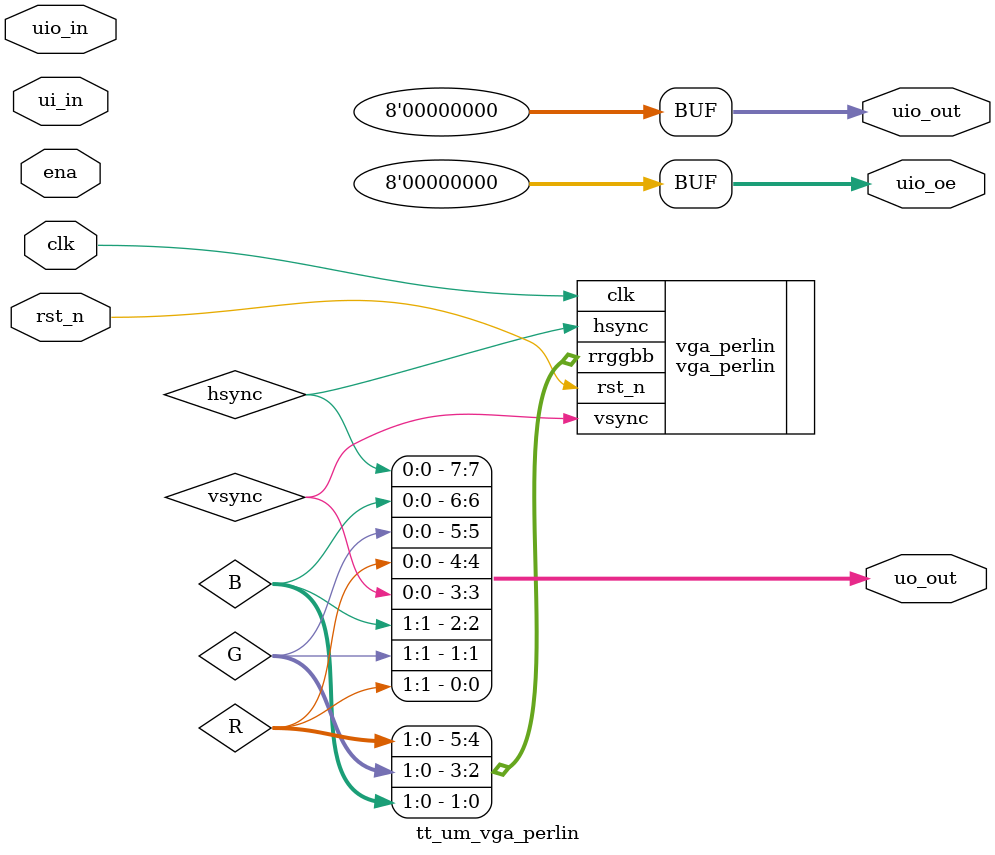
<source format=v>
/*
 * Copyright (c) 2024 Uri Shaked
 * SPDX-License-Identifier: Apache-2.0
 */

`default_nettype none

module tt_um_vga_perlin (
    input  wire [7:0] ui_in,    // Dedicated inputs
    output wire [7:0] uo_out,   // Dedicated outputs
    input  wire [7:0] uio_in,   // IOs: Input path
    output wire [7:0] uio_out,  // IOs: Output path
    output wire [7:0] uio_oe,   // IOs: Enable path (active high: 0=input, 1=output)
    input  wire       ena,      // always 1 when the design is powered, so you can ignore it
    input  wire       clk,      // clock
    input  wire       rst_n     // reset_n - low to reset
);

  // All output pins must be assigned. If not used, assign to 0.
  assign uio_out = 0;
  assign uio_oe  = 0;

  assign uio_out = 8'b0;
  assign uio_oe  = 8'b0;

  wire [1:0] R;
  wire [1:0] G;
  wire [1:0] B;
  wire hsync, vsync;

  assign uo_out[0] = R[1];
  assign uo_out[1] = G[1];
  assign uo_out[2] = B[1];
  assign uo_out[3] = vsync;
  assign uo_out[4] = R[0];
  assign uo_out[5] = G[0];
  assign uo_out[6] = B[0];
  assign uo_out[7] = hsync;

  vga_perlin vga_perlin (
      .clk   (clk),
      .rst_n (rst_n),
      .hsync (hsync),
      .vsync (vsync),
      .rrggbb({R, G, B})
  );

endmodule

</source>
